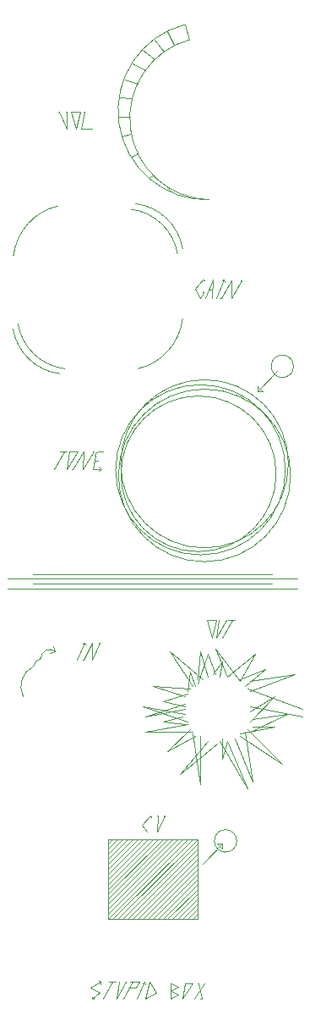
<source format=gto>
G04 #@! TF.GenerationSoftware,KiCad,Pcbnew,(6.0.0)*
G04 #@! TF.CreationDate,2022-04-04T19:59:42+01:00*
G04 #@! TF.ProjectId,StupidBoxPanel,53747570-6964-4426-9f78-50616e656c2e,rev?*
G04 #@! TF.SameCoordinates,Original*
G04 #@! TF.FileFunction,Legend,Top*
G04 #@! TF.FilePolarity,Positive*
%FSLAX46Y46*%
G04 Gerber Fmt 4.6, Leading zero omitted, Abs format (unit mm)*
G04 Created by KiCad (PCBNEW (6.0.0)) date 2022-04-04 19:59:42*
%MOMM*%
%LPD*%
G01*
G04 APERTURE LIST*
%ADD10C,0.120000*%
%ADD11O,6.700000X4.200000*%
G04 APERTURE END LIST*
D10*
X72500000Y-131000000D02*
X72500000Y-123000000D01*
X80000000Y-123000000D02*
X72500000Y-130500000D01*
X87250000Y-104500000D02*
X85750000Y-107250000D01*
X67190253Y-104214932D02*
X66725321Y-104405185D01*
X84000000Y-124000000D02*
X83500000Y-123500000D01*
X91118034Y-75750000D02*
G75*
G03*
X91118034Y-75750000I-1118034J0D01*
G01*
X87500000Y-78250000D02*
X87500000Y-77750000D01*
X87500000Y-78250000D02*
X88000000Y-78250000D01*
X89500000Y-76250000D02*
X87500000Y-78250000D01*
X87500000Y-77750000D02*
X88000000Y-78250000D01*
X81250000Y-68000000D02*
X81750000Y-68900000D01*
X81500000Y-107000000D02*
X81750000Y-104250000D01*
X74500000Y-131000000D02*
X81500000Y-124000000D01*
X77550000Y-120700000D02*
X77450000Y-122300000D01*
X81500000Y-128500000D02*
X79000000Y-131000000D01*
X80250000Y-109500000D02*
X76250000Y-110750000D01*
X80750000Y-106250000D02*
X80500000Y-108250000D01*
X89382031Y-86500000D02*
G75*
G03*
X89382031Y-86500000I-7782031J0D01*
G01*
X86500000Y-118000000D02*
X84500000Y-113250000D01*
X76200000Y-137300000D02*
X76000000Y-137400000D01*
X69700000Y-50300000D02*
X69300000Y-52000000D01*
X76300000Y-139000000D02*
X77400000Y-138400000D01*
X67190253Y-104214932D02*
G75*
G03*
X65788868Y-104964931I-499998J-750000D01*
G01*
X78000000Y-111250000D02*
X80250000Y-111500000D01*
X68400000Y-50300000D02*
X68300000Y-50300000D01*
X70900000Y-105064932D02*
X71700000Y-103364932D01*
X80500000Y-108500000D02*
X78000000Y-109250000D01*
X77500000Y-123000000D02*
X72500000Y-128000000D01*
X81500000Y-125500000D02*
X76000000Y-131000000D01*
X77400000Y-138400000D02*
X76700000Y-137300000D01*
X86250000Y-107750000D02*
X88250000Y-106000000D01*
X74700000Y-50800000D02*
X73600000Y-50800000D01*
X71225000Y-84700000D02*
X71025000Y-86000000D01*
X69300000Y-52000000D02*
X68800000Y-50300000D01*
X78400000Y-58100000D02*
X78600000Y-58000000D01*
X80200000Y-41599999D02*
G75*
G03*
X82700000Y-59100000I2228578J-8610204D01*
G01*
X69400000Y-105064932D02*
X70200000Y-103364932D01*
X67600000Y-50300000D02*
X68400000Y-52000000D01*
X85925000Y-67200000D02*
X85825000Y-67200000D01*
X75950000Y-121600000D02*
X76450000Y-122300000D01*
X84550000Y-101150000D02*
X85250000Y-101150000D01*
X75500000Y-47500000D02*
X74200000Y-47100000D01*
X76250000Y-112250000D02*
X80500000Y-111500000D01*
X75400000Y-139000000D02*
X76200000Y-137300000D01*
X81000000Y-137400000D02*
X79950000Y-139000000D01*
X79999999Y-64000000D02*
G75*
G03*
X75285085Y-59500000I-5350801J-886303D01*
G01*
X78250000Y-120700000D02*
X78150000Y-120700000D01*
X82050000Y-67100000D02*
X81250000Y-68000000D01*
X82000000Y-125500000D02*
X84000000Y-123500000D01*
X80200000Y-137400000D02*
X81000000Y-137400000D01*
X68400000Y-52000000D02*
X68400000Y-50300000D01*
X81500000Y-131000000D02*
X72500000Y-131000000D01*
X71225000Y-85200000D02*
X71525000Y-85200000D01*
X78250000Y-120700000D02*
X77450000Y-122300000D01*
X74750000Y-137300000D02*
X75650000Y-137300000D01*
X70200000Y-103364932D02*
X70000000Y-103464932D01*
X91250000Y-106500000D02*
X86750000Y-108250000D01*
X73500000Y-123000000D02*
X72500000Y-124000000D01*
X70900000Y-139000000D02*
X70900000Y-138800000D01*
X71800000Y-137300000D02*
X70800000Y-137900000D01*
X82200000Y-137400000D02*
X81150000Y-139000000D01*
X84900000Y-67150000D02*
X84875000Y-68900000D01*
X92000000Y-110750000D02*
X86750000Y-109750000D01*
X85925000Y-67200000D02*
X84875000Y-68900000D01*
X70200000Y-103364932D02*
X70300000Y-103564932D01*
X90000000Y-115500000D02*
X86500000Y-112000000D01*
X84150000Y-67100000D02*
X83950000Y-67200000D01*
X82000000Y-68300000D02*
X82100000Y-68400000D01*
X71075000Y-84300000D02*
X70975000Y-84300000D01*
X76750000Y-120700000D02*
X75950000Y-121600000D01*
X75650000Y-137300000D02*
X75350000Y-137900000D01*
X81500000Y-130500000D02*
X81000000Y-131000000D01*
X68425000Y-86000000D02*
X68675000Y-84250000D01*
X80500000Y-111250000D02*
X76000000Y-109750000D01*
X70050000Y-84250000D02*
X69000000Y-86000000D01*
X78500000Y-131000000D02*
X81500000Y-128000000D01*
X71025000Y-86000000D02*
X71725000Y-86000000D01*
X80700000Y-43100000D02*
G75*
G03*
X82700000Y-59100000I2150605J-7856174D01*
G01*
X84000000Y-105250000D02*
X83750000Y-106750000D01*
X71800000Y-137300000D02*
X71800000Y-137500000D01*
X81500000Y-124500000D02*
X75000000Y-131000000D01*
X81500000Y-129000000D02*
X79500000Y-131000000D01*
X79600000Y-137800000D02*
X78800000Y-137400000D01*
X85418034Y-123200000D02*
G75*
G03*
X85418034Y-123200000I-1118034J0D01*
G01*
X69000000Y-86000000D02*
X68900000Y-86000000D01*
X74800000Y-52500000D02*
X74000000Y-52800000D01*
X83750000Y-113250000D02*
X86500000Y-118000000D01*
X75500000Y-76000000D02*
G75*
G03*
X80000000Y-71000000I-1286859J5683173D01*
G01*
X90827312Y-86657907D02*
G75*
G03*
X90827312Y-86657907I-8627312J0D01*
G01*
X71625000Y-84300000D02*
G75*
G03*
X71225000Y-84700000I-1J-399999D01*
G01*
X83250000Y-104000000D02*
X84500000Y-106750000D01*
X71700000Y-138400000D02*
X70900000Y-139000000D01*
X86250000Y-112250000D02*
X87000000Y-117250000D01*
X83350000Y-101150000D02*
X82950000Y-102850000D01*
X63000001Y-72000000D02*
G75*
G03*
X67714915Y-76500000I5350801J886303D01*
G01*
X77500000Y-131000000D02*
X81500000Y-127000000D01*
X90500000Y-110500000D02*
X86750000Y-112250000D01*
X82450000Y-101150000D02*
X83350000Y-101150000D01*
X79000000Y-123000000D02*
X72500000Y-129500000D01*
X73350000Y-139000000D02*
X74350000Y-137300000D01*
X76750000Y-120700000D02*
X76850000Y-120800000D01*
X86500000Y-108000000D02*
X92000000Y-110000000D01*
X81750000Y-104250000D02*
X82500000Y-106750000D01*
X81000000Y-112500000D02*
X81750000Y-117500000D01*
X65000000Y-96500000D02*
X89000000Y-96500000D01*
X80200000Y-41600000D02*
X80700000Y-43100000D01*
X81500000Y-123000000D02*
X81500000Y-131000000D01*
X82950000Y-102850000D02*
X82450000Y-101150000D01*
X78500000Y-114250000D02*
X80750000Y-112000000D01*
X70800000Y-137900000D02*
X71700000Y-138400000D01*
X83350000Y-68900000D02*
X84150000Y-67100000D01*
X84500000Y-113250000D02*
X84000000Y-115000000D01*
X72500000Y-131000000D02*
X80500000Y-123000000D01*
X74900000Y-49000000D02*
X73700000Y-48900000D01*
X70900000Y-139000000D02*
X71100000Y-139000000D01*
X76450000Y-122300000D02*
X76550000Y-122200000D01*
X84000000Y-115000000D02*
X84000000Y-113000000D01*
X81500000Y-129500000D02*
X80000000Y-131000000D01*
X78000000Y-123000000D02*
X72500000Y-128500000D01*
X76000000Y-123000000D02*
X72500000Y-126500000D01*
X81800000Y-139000000D02*
X81900000Y-139000000D01*
X81000000Y-112250000D02*
X76250000Y-112250000D01*
X82950000Y-68100000D02*
X82650000Y-68100000D01*
X76700000Y-137300000D02*
X76300000Y-139000000D01*
X84900000Y-67150000D02*
X83850000Y-68900000D01*
X69800000Y-52000000D02*
X70900000Y-52000000D01*
X76250000Y-46150000D02*
X74950000Y-45450000D01*
X81600000Y-137400000D02*
X81900000Y-139000000D01*
X73500000Y-131000000D02*
X81500000Y-123000000D01*
X76200000Y-137300000D02*
X76300000Y-137500000D01*
X79600000Y-138500000D02*
X78800000Y-138200000D01*
X78000000Y-109250000D02*
X80250000Y-109750000D01*
X67725000Y-84250000D02*
X68425000Y-84250000D01*
X77000000Y-107750000D02*
X80250000Y-108750000D01*
X73650000Y-137300000D02*
X73350000Y-139000000D01*
X76600000Y-56900000D02*
X77000000Y-56700000D01*
X67190253Y-104214932D02*
X67000000Y-103750000D01*
X76500000Y-131000000D02*
X81500000Y-126000000D01*
X70200000Y-50300000D02*
X69800000Y-52000000D01*
X81000000Y-123000000D02*
X73000000Y-131000000D01*
X83050000Y-67100000D02*
X82250000Y-68900000D01*
X83050000Y-67100000D02*
X82950000Y-68900000D01*
X65788868Y-104964931D02*
G75*
G03*
X65028109Y-105762778I249998J-999998D01*
G01*
X75500000Y-54500000D02*
X74900000Y-54800000D01*
X71700000Y-103364932D02*
X71600000Y-103364932D01*
X81750000Y-68900000D02*
X82100000Y-68400000D01*
X70200000Y-50300000D02*
X70100000Y-50300000D01*
X86750000Y-111250000D02*
X89250000Y-108750000D01*
X83350000Y-102850000D02*
X84350000Y-101150000D01*
X81250000Y-112750000D02*
X78500000Y-114250000D01*
X83650000Y-101150000D02*
X83350000Y-102850000D01*
X78100000Y-44330000D02*
X77200000Y-43100000D01*
X82500000Y-104500000D02*
X81500000Y-107500000D01*
X89250000Y-108750000D02*
X86750000Y-110250000D01*
X62500000Y-98000000D02*
X91500000Y-98000000D01*
X83250000Y-106500000D02*
X82500000Y-104500000D01*
X86750000Y-107250000D02*
X91250000Y-106500000D01*
X79499999Y-64544350D02*
G75*
G03*
X74785085Y-60044350I-5350801J-886303D01*
G01*
X72500000Y-125000000D02*
X74500000Y-123000000D01*
X70050000Y-84250000D02*
X70025000Y-86000000D01*
X83850000Y-68900000D02*
X83750000Y-68900000D01*
X75500000Y-131000000D02*
X81500000Y-125000000D01*
X75350000Y-137900000D02*
X74550000Y-137900000D01*
X72600000Y-137300000D02*
X73300000Y-137300000D01*
X80000000Y-110750000D02*
X78000000Y-111250000D01*
X76000000Y-109750000D02*
X80250000Y-110500000D01*
X84000000Y-123500000D02*
X84000000Y-124000000D01*
X83000000Y-106500000D02*
X84000000Y-105250000D01*
X78800000Y-139000000D02*
X79600000Y-138500000D01*
X87000000Y-117250000D02*
X85250000Y-113000000D01*
X81250000Y-107750000D02*
X80750000Y-106250000D01*
X73000000Y-123000000D02*
X72500000Y-123500000D01*
X70100000Y-105064932D02*
X70000000Y-105064932D01*
X80750000Y-108000000D02*
X77000000Y-107750000D01*
X65028109Y-105762778D02*
G75*
G03*
X64028109Y-108762776I999999J-1999999D01*
G01*
X78500000Y-123000000D02*
X72500000Y-129000000D01*
X84150000Y-67100000D02*
X84250000Y-67300000D01*
X85750000Y-112750000D02*
X90000000Y-115500000D01*
X79950000Y-139000000D02*
X80200000Y-137400000D01*
X70900000Y-103364932D02*
X70900000Y-105064932D01*
X68675000Y-84250000D02*
X69475000Y-84250000D01*
X89250000Y-111750000D02*
X85750000Y-112500000D01*
X84000000Y-123500000D02*
X83500000Y-123500000D01*
X63500001Y-71500000D02*
G75*
G03*
X68214915Y-76000000I5350801J886303D01*
G01*
X81500000Y-126500000D02*
X77000000Y-131000000D01*
X68125000Y-84250000D02*
X67125000Y-86000000D01*
X85750000Y-107250000D02*
X83250000Y-104000000D01*
X74950000Y-137300000D02*
X74100000Y-139000000D01*
X71825000Y-86000000D02*
X71625000Y-85800000D01*
X78800000Y-138200000D02*
X79600000Y-137800000D01*
X70100000Y-105064932D02*
X70900000Y-103364932D01*
X71800000Y-137300000D02*
X71600000Y-137200000D01*
X81500000Y-123500000D02*
X74000000Y-131000000D01*
X72500000Y-123000000D02*
X81500000Y-123000000D01*
X84950000Y-101150000D02*
X83950000Y-102850000D01*
X75000000Y-123000000D02*
X72500000Y-125500000D01*
X84500000Y-106750000D02*
X87250000Y-104500000D01*
X67600000Y-50300000D02*
X67500000Y-50300000D01*
X78750000Y-104250000D02*
X81000000Y-107750000D01*
X82000000Y-107000000D02*
X78750000Y-104250000D01*
X78800000Y-137400000D02*
X78800000Y-139000000D01*
X71825000Y-86000000D02*
X71625000Y-86200000D01*
X77200000Y-45100000D02*
X76000000Y-44100000D01*
X87000000Y-111000000D02*
X90500000Y-110500000D01*
X62500000Y-97000000D02*
X91500000Y-97000000D01*
X77000000Y-123000000D02*
X72500000Y-127500000D01*
X82050000Y-67100000D02*
X82150000Y-67200000D01*
X76250000Y-110750000D02*
X80250000Y-110000000D01*
X90308819Y-86100000D02*
G75*
G03*
X90308819Y-86100000I-8508819J0D01*
G01*
X81500000Y-130000000D02*
X80500000Y-131000000D01*
X79170000Y-43660000D02*
X78500000Y-42300000D01*
X83500000Y-113500000D02*
X79750000Y-116500000D01*
X65000000Y-97500000D02*
X89000000Y-97500000D01*
X76500000Y-123000000D02*
X72500000Y-127000000D01*
X69475000Y-84250000D02*
X68425000Y-86000000D01*
X75500000Y-123000000D02*
X72500000Y-126000000D01*
X71625000Y-84300000D02*
X72025000Y-84300000D01*
X79750000Y-116500000D02*
X82500000Y-113250000D01*
X87000000Y-111750000D02*
X89250000Y-111750000D01*
X73000000Y-137300000D02*
X72000000Y-139000000D01*
X81500000Y-127500000D02*
X78000000Y-131000000D01*
X81750000Y-117500000D02*
X81750000Y-112750000D01*
X74000000Y-123000000D02*
X72500000Y-124500000D01*
X71075000Y-84300000D02*
X70025000Y-86000000D01*
X67544350Y-59714915D02*
G75*
G03*
X63044350Y-64714915I1286859J-5683173D01*
G01*
X88250000Y-106000000D02*
X85750000Y-107000000D01*
X72500000Y-130000000D02*
X79500000Y-123000000D01*
X68800000Y-50300000D02*
X69700000Y-50300000D01*
X81500000Y-137400000D02*
X81600000Y-137400000D01*
X90607735Y-85500000D02*
G75*
G03*
X90607735Y-85500000I-8407735J0D01*
G01*
X77550000Y-120700000D02*
X77450000Y-120700000D01*
%LPC*%
D11*
X71000000Y-28000000D03*
X71000000Y-155000000D03*
M02*

</source>
